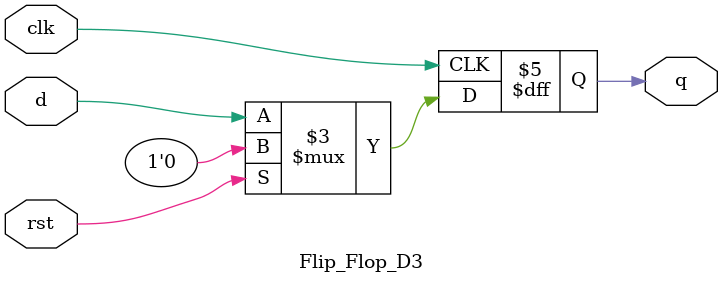
<source format=v>
`timescale 1ns / 1ps
module Flip_Flop_D3(
    input clk,
    input d,
    input rst,
    output reg q
    );

	 always @(posedge clk)
	 if (rst) 
	 q <= 0;
	 else
	 q <= d;
    


endmodule

</source>
